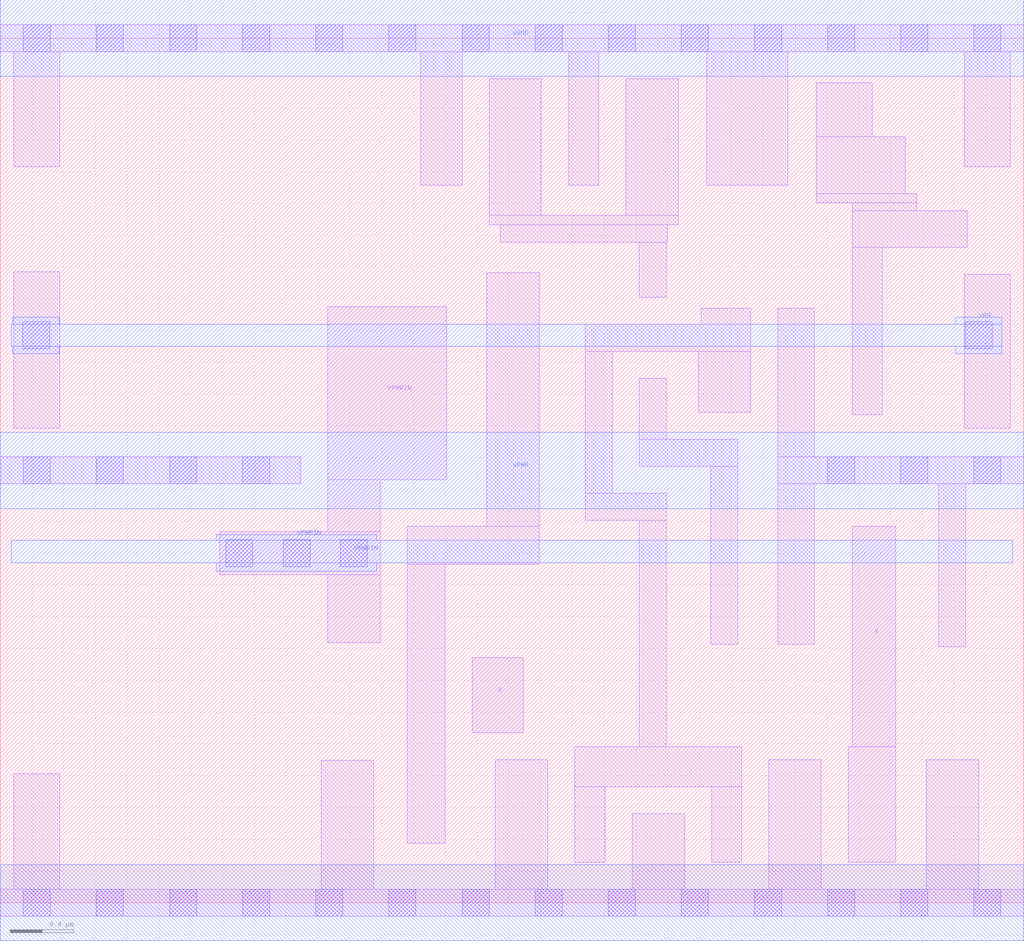
<source format=lef>
# Copyright 2020 The SkyWater PDK Authors
#
# Licensed under the Apache License, Version 2.0 (the "License");
# you may not use this file except in compliance with the License.
# You may obtain a copy of the License at
#
#     https://www.apache.org/licenses/LICENSE-2.0
#
# Unless required by applicable law or agreed to in writing, software
# distributed under the License is distributed on an "AS IS" BASIS,
# WITHOUT WARRANTIES OR CONDITIONS OF ANY KIND, either express or implied.
# See the License for the specific language governing permissions and
# limitations under the License.
#
# SPDX-License-Identifier: Apache-2.0

VERSION 5.7 ;
  NOWIREEXTENSIONATPIN ON ;
  DIVIDERCHAR "/" ;
  BUSBITCHARS "[]" ;
MACRO sky130_fd_sc_hd__lpflow_lsbuf_lh_hl_isowell_tap_2
  CLASS CORE WELLTAP ;
  FOREIGN sky130_fd_sc_hd__lpflow_lsbuf_lh_hl_isowell_tap_2 ;
  ORIGIN  0.000000  0.000000 ;
  SIZE  6.440000 BY  5.440000 ;
  SYMMETRY X Y R90 ;
  SITE unithd ;
  PIN A
    ANTENNAGATEAREA  0.603000 ;
    DIRECTION INPUT ;
    USE SIGNAL ;
    PORT
      LAYER li1 ;
        RECT 2.970000 1.070000 3.290000 1.540000 ;
    END
  END A
  PIN VPB
    ANTENNADIFFAREA  0.297500 ;
    PORT
      LAYER met1 ;
        RECT 0.070000 3.500000 6.300000 3.640000 ;
        RECT 0.080000 3.455000 0.370000 3.500000 ;
        RECT 0.080000 3.640000 0.370000 3.685000 ;
        RECT 6.010000 3.455000 6.300000 3.500000 ;
        RECT 6.010000 3.640000 6.300000 3.685000 ;
    END
  END VPB
  PIN X
    ANTENNADIFFAREA  0.610500 ;
    DIRECTION OUTPUT ;
    USE SIGNAL ;
    PORT
      LAYER li1 ;
        RECT 5.335000 0.255000 5.635000 0.980000 ;
        RECT 5.360000 0.980000 5.635000 2.370000 ;
    END
  END X
  PIN VGND
    DIRECTION INOUT ;
    SHAPE ABUTMENT ;
    USE GROUND ;
    PORT
      LAYER met1 ;
        RECT 0.000000 5.200000 6.440000 5.680000 ;
    END
  END VGND
  PIN VPWR
    DIRECTION INOUT ;
    SHAPE ABUTMENT ;
    USE POWER ;
    PORT
      LAYER met1 ;
        RECT 0.000000 2.480000 6.440000 2.960000 ;
    END
  END VPWR
  PIN VPWRIN
    DIRECTION INOUT ;
    SHAPE ABUTMENT ;
    USE POWER ;
    PORT
      LAYER li1 ;
        RECT 1.380000 2.065000 2.390000 2.335000 ;
        RECT 2.060000 1.635000 2.390000 2.065000 ;
        RECT 2.060000 2.335000 2.390000 2.660000 ;
        RECT 2.060000 2.660000 2.810000 3.750000 ;
      LAYER mcon ;
        RECT 1.420000 2.115000 1.590000 2.285000 ;
        RECT 1.780000 2.115000 1.950000 2.285000 ;
        RECT 2.140000 2.115000 2.310000 2.285000 ;
    END
    PORT
      LAYER met1 ;
        RECT 0.070000 2.140000 6.370000 2.280000 ;
        RECT 1.360000 2.085000 2.370000 2.140000 ;
        RECT 1.360000 2.280000 2.370000 2.315000 ;
    END
  END VPWRIN
  OBS
    LAYER li1 ;
      RECT 0.000000 -0.085000 6.440000 0.085000 ;
      RECT 0.000000  2.635000 1.890000 2.805000 ;
      RECT 0.000000  5.355000 6.440000 5.525000 ;
      RECT 0.085000  0.085000 0.375000 0.810000 ;
      RECT 0.085000  2.985000 0.375000 3.970000 ;
      RECT 0.085000  4.630000 0.375000 5.355000 ;
      RECT 2.020000  0.085000 2.350000 0.895000 ;
      RECT 2.560000  0.375000 2.800000 2.130000 ;
      RECT 2.560000  2.130000 3.390000 2.370000 ;
      RECT 2.645000  4.515000 2.905000 5.355000 ;
      RECT 3.060000  2.370000 3.390000 3.965000 ;
      RECT 3.075000  4.265000 4.265000 4.325000 ;
      RECT 3.075000  4.325000 3.405000 5.185000 ;
      RECT 3.115000  0.085000 3.445000 0.900000 ;
      RECT 3.145000  4.155000 4.195000 4.265000 ;
      RECT 3.575000  4.515000 3.765000 5.355000 ;
      RECT 3.615000  0.255000 3.805000 0.730000 ;
      RECT 3.615000  0.730000 4.665000 0.980000 ;
      RECT 3.680000  2.405000 4.190000 2.575000 ;
      RECT 3.680000  2.575000 3.850000 3.470000 ;
      RECT 3.680000  3.470000 4.720000 3.640000 ;
      RECT 3.935000  4.325000 4.265000 5.185000 ;
      RECT 3.975000  0.085000 4.305000 0.560000 ;
      RECT 4.020000  0.980000 4.190000 2.405000 ;
      RECT 4.020000  2.745000 4.640000 2.915000 ;
      RECT 4.020000  2.915000 4.190000 3.300000 ;
      RECT 4.020000  3.810000 4.190000 4.155000 ;
      RECT 4.390000  3.085000 4.720000 3.470000 ;
      RECT 4.410000  3.640000 4.720000 3.740000 ;
      RECT 4.445000  4.515000 4.955000 5.355000 ;
      RECT 4.470000  1.625000 4.640000 2.745000 ;
      RECT 4.475000  0.255000 4.665000 0.730000 ;
      RECT 4.835000  0.085000 5.165000 0.900000 ;
      RECT 4.890000  1.625000 5.120000 2.635000 ;
      RECT 4.890000  2.635000 6.440000 2.805000 ;
      RECT 4.890000  2.805000 5.120000 3.740000 ;
      RECT 5.135000  4.405000 5.765000 4.460000 ;
      RECT 5.135000  4.460000 5.695000 4.820000 ;
      RECT 5.135000  4.820000 5.485000 5.160000 ;
      RECT 5.360000  3.070000 5.550000 4.125000 ;
      RECT 5.360000  4.125000 6.085000 4.355000 ;
      RECT 5.360000  4.355000 5.765000 4.405000 ;
      RECT 5.825000  0.085000 6.155000 0.900000 ;
      RECT 5.905000  1.610000 6.075000 2.635000 ;
      RECT 6.065000  2.985000 6.355000 3.955000 ;
      RECT 6.065000  4.630000 6.355000 5.355000 ;
    LAYER mcon ;
      RECT 0.140000  3.485000 0.310000 3.655000 ;
      RECT 0.145000 -0.085000 0.315000 0.085000 ;
      RECT 0.145000  2.635000 0.315000 2.805000 ;
      RECT 0.145000  5.355000 0.315000 5.525000 ;
      RECT 0.605000 -0.085000 0.775000 0.085000 ;
      RECT 0.605000  2.635000 0.775000 2.805000 ;
      RECT 0.605000  5.355000 0.775000 5.525000 ;
      RECT 1.065000 -0.085000 1.235000 0.085000 ;
      RECT 1.065000  2.635000 1.235000 2.805000 ;
      RECT 1.065000  5.355000 1.235000 5.525000 ;
      RECT 1.525000 -0.085000 1.695000 0.085000 ;
      RECT 1.525000  2.635000 1.695000 2.805000 ;
      RECT 1.525000  5.355000 1.695000 5.525000 ;
      RECT 1.985000 -0.085000 2.155000 0.085000 ;
      RECT 1.985000  5.355000 2.155000 5.525000 ;
      RECT 2.445000 -0.085000 2.615000 0.085000 ;
      RECT 2.445000  5.355000 2.615000 5.525000 ;
      RECT 2.905000 -0.085000 3.075000 0.085000 ;
      RECT 2.905000  5.355000 3.075000 5.525000 ;
      RECT 3.365000 -0.085000 3.535000 0.085000 ;
      RECT 3.365000  5.355000 3.535000 5.525000 ;
      RECT 3.825000 -0.085000 3.995000 0.085000 ;
      RECT 3.825000  5.355000 3.995000 5.525000 ;
      RECT 4.285000 -0.085000 4.455000 0.085000 ;
      RECT 4.285000  5.355000 4.455000 5.525000 ;
      RECT 4.745000 -0.085000 4.915000 0.085000 ;
      RECT 4.745000  5.355000 4.915000 5.525000 ;
      RECT 5.205000 -0.085000 5.375000 0.085000 ;
      RECT 5.205000  2.635000 5.375000 2.805000 ;
      RECT 5.205000  5.355000 5.375000 5.525000 ;
      RECT 5.665000 -0.085000 5.835000 0.085000 ;
      RECT 5.665000  2.635000 5.835000 2.805000 ;
      RECT 5.665000  5.355000 5.835000 5.525000 ;
      RECT 6.070000  3.485000 6.240000 3.655000 ;
      RECT 6.125000 -0.085000 6.295000 0.085000 ;
      RECT 6.125000  2.635000 6.295000 2.805000 ;
      RECT 6.125000  5.355000 6.295000 5.525000 ;
    LAYER met1 ;
      RECT 0.000000 -0.240000 6.440000 0.240000 ;
  END
END sky130_fd_sc_hd__lpflow_lsbuf_lh_hl_isowell_tap_2
END LIBRARY

</source>
